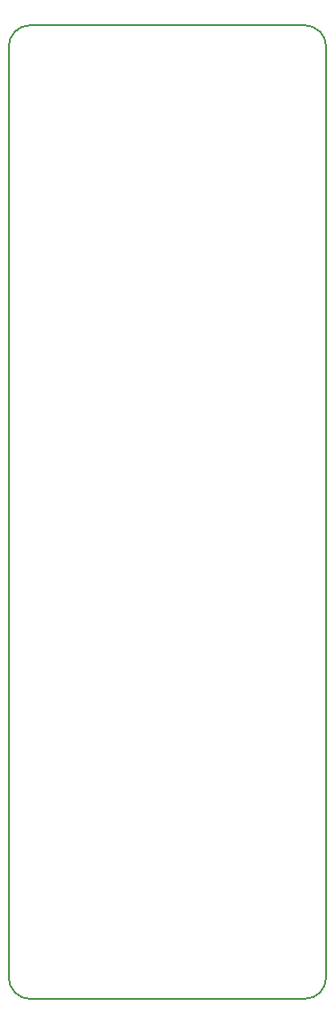
<source format=gbr>
G04 #@! TF.GenerationSoftware,KiCad,Pcbnew,5.0.2-bee76a0~70~ubuntu18.04.1*
G04 #@! TF.CreationDate,2019-05-09T10:06:34+02:00*
G04 #@! TF.ProjectId,stm32f205,73746d33-3266-4323-9035-2e6b69636164,rev?*
G04 #@! TF.SameCoordinates,Original*
G04 #@! TF.FileFunction,Profile,NP*
%FSLAX46Y46*%
G04 Gerber Fmt 4.6, Leading zero omitted, Abs format (unit mm)*
G04 Created by KiCad (PCBNEW 5.0.2-bee76a0~70~ubuntu18.04.1) date jeu. 09 mai 2019 10:06:34 CEST*
%MOMM*%
%LPD*%
G01*
G04 APERTURE LIST*
%ADD10C,0.150000*%
G04 APERTURE END LIST*
D10*
X97151017Y-60011027D02*
G75*
G02X99151017Y-58011027I2000000J0D01*
G01*
X125151017Y-58011027D02*
G75*
G02X127151017Y-60011027I0J-2000000D01*
G01*
X127151017Y-148011027D02*
G75*
G02X125151017Y-150011027I-2000000J0D01*
G01*
X99151017Y-150011027D02*
G75*
G02X97151017Y-148011027I0J2000000D01*
G01*
X127151017Y-60011027D02*
X127151017Y-148011027D01*
X99151017Y-58011027D02*
X125151017Y-58011027D01*
X97151017Y-148011027D02*
X97151017Y-60011027D01*
X125151017Y-150011027D02*
X99151017Y-150011027D01*
M02*

</source>
